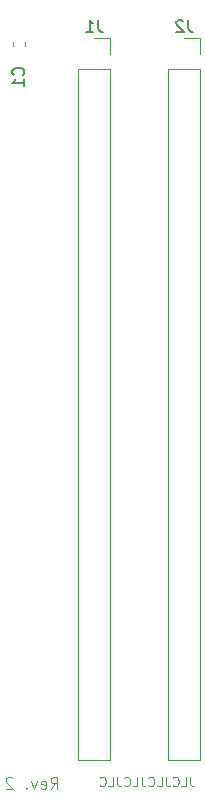
<source format=gbr>
G04 #@! TF.GenerationSoftware,KiCad,Pcbnew,8.0.4+dfsg-1*
G04 #@! TF.CreationDate,2025-02-23T12:29:23+09:00*
G04 #@! TF.ProjectId,bionic-im6100,62696f6e-6963-42d6-996d-363130302e6b,2*
G04 #@! TF.SameCoordinates,Original*
G04 #@! TF.FileFunction,Legend,Bot*
G04 #@! TF.FilePolarity,Positive*
%FSLAX46Y46*%
G04 Gerber Fmt 4.6, Leading zero omitted, Abs format (unit mm)*
G04 Created by KiCad (PCBNEW 8.0.4+dfsg-1) date 2025-02-23 12:29:23*
%MOMM*%
%LPD*%
G01*
G04 APERTURE LIST*
%ADD10C,0.125000*%
%ADD11C,0.100000*%
%ADD12C,0.150000*%
%ADD13C,0.120000*%
G04 APERTURE END LIST*
D10*
X106204240Y-137308119D02*
X106537573Y-136831928D01*
X106775668Y-137308119D02*
X106775668Y-136308119D01*
X106775668Y-136308119D02*
X106394716Y-136308119D01*
X106394716Y-136308119D02*
X106299478Y-136355738D01*
X106299478Y-136355738D02*
X106251859Y-136403357D01*
X106251859Y-136403357D02*
X106204240Y-136498595D01*
X106204240Y-136498595D02*
X106204240Y-136641452D01*
X106204240Y-136641452D02*
X106251859Y-136736690D01*
X106251859Y-136736690D02*
X106299478Y-136784309D01*
X106299478Y-136784309D02*
X106394716Y-136831928D01*
X106394716Y-136831928D02*
X106775668Y-136831928D01*
X105394716Y-137260500D02*
X105489954Y-137308119D01*
X105489954Y-137308119D02*
X105680430Y-137308119D01*
X105680430Y-137308119D02*
X105775668Y-137260500D01*
X105775668Y-137260500D02*
X105823287Y-137165261D01*
X105823287Y-137165261D02*
X105823287Y-136784309D01*
X105823287Y-136784309D02*
X105775668Y-136689071D01*
X105775668Y-136689071D02*
X105680430Y-136641452D01*
X105680430Y-136641452D02*
X105489954Y-136641452D01*
X105489954Y-136641452D02*
X105394716Y-136689071D01*
X105394716Y-136689071D02*
X105347097Y-136784309D01*
X105347097Y-136784309D02*
X105347097Y-136879547D01*
X105347097Y-136879547D02*
X105823287Y-136974785D01*
X105013763Y-136641452D02*
X104775668Y-137308119D01*
X104775668Y-137308119D02*
X104537573Y-136641452D01*
X104156620Y-137212880D02*
X104109001Y-137260500D01*
X104109001Y-137260500D02*
X104156620Y-137308119D01*
X104156620Y-137308119D02*
X104204239Y-137260500D01*
X104204239Y-137260500D02*
X104156620Y-137212880D01*
X104156620Y-137212880D02*
X104156620Y-137308119D01*
X102966144Y-136403357D02*
X102918525Y-136355738D01*
X102918525Y-136355738D02*
X102823287Y-136308119D01*
X102823287Y-136308119D02*
X102585192Y-136308119D01*
X102585192Y-136308119D02*
X102489954Y-136355738D01*
X102489954Y-136355738D02*
X102442335Y-136403357D01*
X102442335Y-136403357D02*
X102394716Y-136498595D01*
X102394716Y-136498595D02*
X102394716Y-136593833D01*
X102394716Y-136593833D02*
X102442335Y-136736690D01*
X102442335Y-136736690D02*
X103013763Y-137308119D01*
X103013763Y-137308119D02*
X102394716Y-137308119D01*
D11*
X118030238Y-136279895D02*
X118030238Y-136851323D01*
X118030238Y-136851323D02*
X118068333Y-136965609D01*
X118068333Y-136965609D02*
X118144524Y-137041800D01*
X118144524Y-137041800D02*
X118258809Y-137079895D01*
X118258809Y-137079895D02*
X118335000Y-137079895D01*
X117268333Y-137079895D02*
X117649285Y-137079895D01*
X117649285Y-137079895D02*
X117649285Y-136279895D01*
X116544523Y-137003704D02*
X116582619Y-137041800D01*
X116582619Y-137041800D02*
X116696904Y-137079895D01*
X116696904Y-137079895D02*
X116773095Y-137079895D01*
X116773095Y-137079895D02*
X116887381Y-137041800D01*
X116887381Y-137041800D02*
X116963571Y-136965609D01*
X116963571Y-136965609D02*
X117001666Y-136889419D01*
X117001666Y-136889419D02*
X117039762Y-136737038D01*
X117039762Y-136737038D02*
X117039762Y-136622752D01*
X117039762Y-136622752D02*
X117001666Y-136470371D01*
X117001666Y-136470371D02*
X116963571Y-136394180D01*
X116963571Y-136394180D02*
X116887381Y-136317990D01*
X116887381Y-136317990D02*
X116773095Y-136279895D01*
X116773095Y-136279895D02*
X116696904Y-136279895D01*
X116696904Y-136279895D02*
X116582619Y-136317990D01*
X116582619Y-136317990D02*
X116544523Y-136356085D01*
X115973095Y-136279895D02*
X115973095Y-136851323D01*
X115973095Y-136851323D02*
X116011190Y-136965609D01*
X116011190Y-136965609D02*
X116087381Y-137041800D01*
X116087381Y-137041800D02*
X116201666Y-137079895D01*
X116201666Y-137079895D02*
X116277857Y-137079895D01*
X115211190Y-137079895D02*
X115592142Y-137079895D01*
X115592142Y-137079895D02*
X115592142Y-136279895D01*
X114487380Y-137003704D02*
X114525476Y-137041800D01*
X114525476Y-137041800D02*
X114639761Y-137079895D01*
X114639761Y-137079895D02*
X114715952Y-137079895D01*
X114715952Y-137079895D02*
X114830238Y-137041800D01*
X114830238Y-137041800D02*
X114906428Y-136965609D01*
X114906428Y-136965609D02*
X114944523Y-136889419D01*
X114944523Y-136889419D02*
X114982619Y-136737038D01*
X114982619Y-136737038D02*
X114982619Y-136622752D01*
X114982619Y-136622752D02*
X114944523Y-136470371D01*
X114944523Y-136470371D02*
X114906428Y-136394180D01*
X114906428Y-136394180D02*
X114830238Y-136317990D01*
X114830238Y-136317990D02*
X114715952Y-136279895D01*
X114715952Y-136279895D02*
X114639761Y-136279895D01*
X114639761Y-136279895D02*
X114525476Y-136317990D01*
X114525476Y-136317990D02*
X114487380Y-136356085D01*
X113915952Y-136279895D02*
X113915952Y-136851323D01*
X113915952Y-136851323D02*
X113954047Y-136965609D01*
X113954047Y-136965609D02*
X114030238Y-137041800D01*
X114030238Y-137041800D02*
X114144523Y-137079895D01*
X114144523Y-137079895D02*
X114220714Y-137079895D01*
X113154047Y-137079895D02*
X113534999Y-137079895D01*
X113534999Y-137079895D02*
X113534999Y-136279895D01*
X112430237Y-137003704D02*
X112468333Y-137041800D01*
X112468333Y-137041800D02*
X112582618Y-137079895D01*
X112582618Y-137079895D02*
X112658809Y-137079895D01*
X112658809Y-137079895D02*
X112773095Y-137041800D01*
X112773095Y-137041800D02*
X112849285Y-136965609D01*
X112849285Y-136965609D02*
X112887380Y-136889419D01*
X112887380Y-136889419D02*
X112925476Y-136737038D01*
X112925476Y-136737038D02*
X112925476Y-136622752D01*
X112925476Y-136622752D02*
X112887380Y-136470371D01*
X112887380Y-136470371D02*
X112849285Y-136394180D01*
X112849285Y-136394180D02*
X112773095Y-136317990D01*
X112773095Y-136317990D02*
X112658809Y-136279895D01*
X112658809Y-136279895D02*
X112582618Y-136279895D01*
X112582618Y-136279895D02*
X112468333Y-136317990D01*
X112468333Y-136317990D02*
X112430237Y-136356085D01*
X111858809Y-136279895D02*
X111858809Y-136851323D01*
X111858809Y-136851323D02*
X111896904Y-136965609D01*
X111896904Y-136965609D02*
X111973095Y-137041800D01*
X111973095Y-137041800D02*
X112087380Y-137079895D01*
X112087380Y-137079895D02*
X112163571Y-137079895D01*
X111096904Y-137079895D02*
X111477856Y-137079895D01*
X111477856Y-137079895D02*
X111477856Y-136279895D01*
X110373094Y-137003704D02*
X110411190Y-137041800D01*
X110411190Y-137041800D02*
X110525475Y-137079895D01*
X110525475Y-137079895D02*
X110601666Y-137079895D01*
X110601666Y-137079895D02*
X110715952Y-137041800D01*
X110715952Y-137041800D02*
X110792142Y-136965609D01*
X110792142Y-136965609D02*
X110830237Y-136889419D01*
X110830237Y-136889419D02*
X110868333Y-136737038D01*
X110868333Y-136737038D02*
X110868333Y-136622752D01*
X110868333Y-136622752D02*
X110830237Y-136470371D01*
X110830237Y-136470371D02*
X110792142Y-136394180D01*
X110792142Y-136394180D02*
X110715952Y-136317990D01*
X110715952Y-136317990D02*
X110601666Y-136279895D01*
X110601666Y-136279895D02*
X110525475Y-136279895D01*
X110525475Y-136279895D02*
X110411190Y-136317990D01*
X110411190Y-136317990D02*
X110373094Y-136356085D01*
D12*
X117843333Y-72204819D02*
X117843333Y-72919104D01*
X117843333Y-72919104D02*
X117890952Y-73061961D01*
X117890952Y-73061961D02*
X117986190Y-73157200D01*
X117986190Y-73157200D02*
X118129047Y-73204819D01*
X118129047Y-73204819D02*
X118224285Y-73204819D01*
X117414761Y-72300057D02*
X117367142Y-72252438D01*
X117367142Y-72252438D02*
X117271904Y-72204819D01*
X117271904Y-72204819D02*
X117033809Y-72204819D01*
X117033809Y-72204819D02*
X116938571Y-72252438D01*
X116938571Y-72252438D02*
X116890952Y-72300057D01*
X116890952Y-72300057D02*
X116843333Y-72395295D01*
X116843333Y-72395295D02*
X116843333Y-72490533D01*
X116843333Y-72490533D02*
X116890952Y-72633390D01*
X116890952Y-72633390D02*
X117462380Y-73204819D01*
X117462380Y-73204819D02*
X116843333Y-73204819D01*
X110223333Y-72204819D02*
X110223333Y-72919104D01*
X110223333Y-72919104D02*
X110270952Y-73061961D01*
X110270952Y-73061961D02*
X110366190Y-73157200D01*
X110366190Y-73157200D02*
X110509047Y-73204819D01*
X110509047Y-73204819D02*
X110604285Y-73204819D01*
X109223333Y-73204819D02*
X109794761Y-73204819D01*
X109509047Y-73204819D02*
X109509047Y-72204819D01*
X109509047Y-72204819D02*
X109604285Y-72347676D01*
X109604285Y-72347676D02*
X109699523Y-72442914D01*
X109699523Y-72442914D02*
X109794761Y-72490533D01*
X103878780Y-76844833D02*
X103926400Y-76797214D01*
X103926400Y-76797214D02*
X103974019Y-76654357D01*
X103974019Y-76654357D02*
X103974019Y-76559119D01*
X103974019Y-76559119D02*
X103926400Y-76416262D01*
X103926400Y-76416262D02*
X103831161Y-76321024D01*
X103831161Y-76321024D02*
X103735923Y-76273405D01*
X103735923Y-76273405D02*
X103545447Y-76225786D01*
X103545447Y-76225786D02*
X103402590Y-76225786D01*
X103402590Y-76225786D02*
X103212114Y-76273405D01*
X103212114Y-76273405D02*
X103116876Y-76321024D01*
X103116876Y-76321024D02*
X103021638Y-76416262D01*
X103021638Y-76416262D02*
X102974019Y-76559119D01*
X102974019Y-76559119D02*
X102974019Y-76654357D01*
X102974019Y-76654357D02*
X103021638Y-76797214D01*
X103021638Y-76797214D02*
X103069257Y-76844833D01*
X103974019Y-77797214D02*
X103974019Y-77225786D01*
X103974019Y-77511500D02*
X102974019Y-77511500D01*
X102974019Y-77511500D02*
X103116876Y-77416262D01*
X103116876Y-77416262D02*
X103212114Y-77321024D01*
X103212114Y-77321024D02*
X103259733Y-77225786D01*
D13*
X117510000Y-73750000D02*
X118840000Y-73750000D01*
X118840000Y-73750000D02*
X118840000Y-75080000D01*
X118840000Y-134830000D02*
X118840000Y-76350000D01*
X116180000Y-76350000D02*
X118840000Y-76350000D01*
X116180000Y-134830000D02*
X118840000Y-134830000D01*
X116180000Y-134830000D02*
X116180000Y-76350000D01*
X109890000Y-73750000D02*
X111220000Y-73750000D01*
X111220000Y-73750000D02*
X111220000Y-75080000D01*
X111220000Y-134830000D02*
X111220000Y-76350000D01*
X108560000Y-76350000D02*
X111220000Y-76350000D01*
X108560000Y-134830000D02*
X111220000Y-134830000D01*
X108560000Y-134830000D02*
X108560000Y-76350000D01*
X102979200Y-74071233D02*
X102979200Y-74363767D01*
X103999200Y-74071233D02*
X103999200Y-74363767D01*
M02*

</source>
